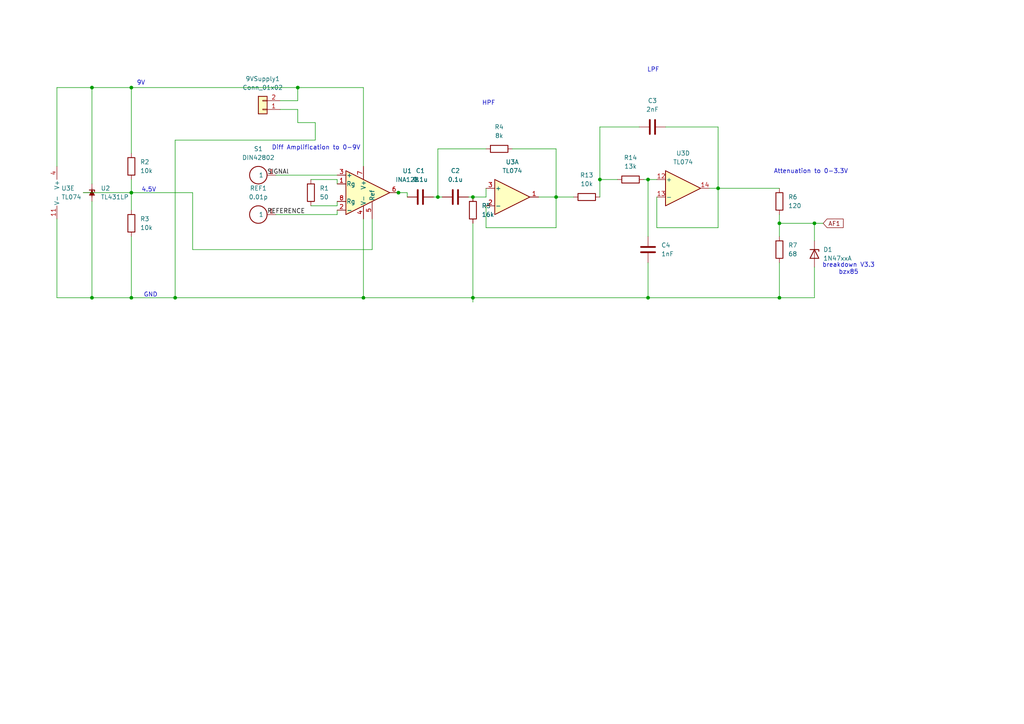
<source format=kicad_sch>
(kicad_sch (version 20231120) (generator "eeschema") (generator_version "8.0")
  (paper "A4")
  (lib_symbols
    (symbol "Amplifier_Instrumentation:INA128" (pin_names (offset 0.127))
      (property "Reference" "U" (at 3.81 3.175 0))
      (property "Value" "INA128" (at 3.81 -3.175 0))
      (symbol "INA128_0_1"
        (polyline (pts (xy 7.62 0) (xy -5.08 6.35) (xy -5.08 -6.35) (xy 7.62 0)) (stroke (width 0.254)) (fill (type background)))
      )
      (symbol "INA128_1_1"
        (pin passive line (at -7.62 2.54 0) (length 2.54) (name "Rg") (number "1"))
        (pin input line (at -7.62 -5.08 0) (length 2.54) (name "-") (number "2"))
        (pin input line (at -7.62 5.08 0) (length 2.54) (name "+") (number "3"))
        (pin power_in line (at 0 -7.62 90) (length 3.81) (name "V-") (number "4"))
        (pin input line (at 2.54 -7.62 90) (length 5.08) (name "Ref") (number "5"))
        (pin output line (at 10.16 0 180) (length 2.54) (name "~") (number "6"))
        (pin power_in line (at 0 7.62 270) (length 3.81) (name "V+") (number "7"))
        (pin passive line (at -7.62 -2.54 0) (length 2.54) (name "Rg") (number "8"))
      )
    )
    (symbol "Amplifier_Operational:TL074" (pin_names (offset 0.127))
      (property "Reference" "U" (at 0 5.08 0))
      (property "Value" "TL074" (at 0 -5.08 0))
      (symbol "TL074_1_1"
        (polyline (pts (xy -5.08 5.08) (xy 5.08 0) (xy -5.08 -5.08) (xy -5.08 5.08)) (stroke (width 0.254)) (fill (type background)))
        (pin output line (at 7.62 0 180) (length 2.54) (name "~") (number "1"))
        (pin input line (at -7.62 -2.54 0) (length 2.54) (name "-") (number "2"))
        (pin input line (at -7.62 2.54 0) (length 2.54) (name "+") (number "3"))
      )
      (symbol "TL074_2_1"
        (polyline (pts (xy -5.08 5.08) (xy 5.08 0) (xy -5.08 -5.08) (xy -5.08 5.08)) (stroke (width 0.254)) (fill (type background)))
        (pin input line (at -7.62 2.54 0) (length 2.54) (name "+") (number "5"))
        (pin input line (at -7.62 -2.54 0) (length 2.54) (name "-") (number "6"))
        (pin output line (at 7.62 0 180) (length 2.54) (name "~") (number "7"))
      )
      (symbol "TL074_3_1"
        (polyline (pts (xy -5.08 5.08) (xy 5.08 0) (xy -5.08 -5.08) (xy -5.08 5.08)) (stroke (width 0.254)) (fill (type background)))
        (pin input line (at -7.62 2.54 0) (length 2.54) (name "+") (number "10"))
        (pin output line (at 7.62 0 180) (length 2.54) (name "~") (number "8"))
        (pin input line (at -7.62 -2.54 0) (length 2.54) (name "-") (number "9"))
      )
      (symbol "TL074_4_1"
        (polyline (pts (xy -5.08 5.08) (xy 5.08 0) (xy -5.08 -5.08) (xy -5.08 5.08)) (stroke (width 0.254)) (fill (type background)))
        (pin input line (at -7.62 2.54 0) (length 2.54) (name "+") (number "12"))
        (pin input line (at -7.62 -2.54 0) (length 2.54) (name "-") (number "13"))
        (pin output line (at 7.62 0 180) (length 2.54) (name "~") (number "14"))
      )
      (symbol "TL074_5_1"
        (pin power_in line (at -2.54 -7.62 90) (length 3.81) (name "V-") (number "11"))
        (pin power_in line (at -2.54 7.62 270) (length 3.81) (name "V+") (number "4"))
      )
    )
    (symbol "Connector_Generic:Conn_01x02" (pin_names (offset 1.016) hide)
      (property "Reference" "J" (at 0 2.54 0))
      (property "Value" "Conn_01x02" (at 0 -5.08 0))
      (symbol "Conn_01x02_1_1"
        (rectangle (start -1.27 -2.413) (end 0 -2.667) (stroke (width 0.1524)))
        (rectangle (start -1.27 0.127) (end 0 -0.127) (stroke (width 0.1524)))
        (rectangle (start -1.27 1.27) (end 1.27 -3.81) (stroke (width 0.254)) (fill (type background)))
        (pin passive line (at -5.08 0 0) (length 3.81) (name "Pin_1") (number "1"))
        (pin passive line (at -5.08 -2.54 0) (length 3.81) (name "Pin_2") (number "2"))
      )
    )
    (symbol "Device:C" (pin_numbers hide) (pin_names (offset 0.254))
      (property "Reference" "C" (at 0.635 2.54 0))
      (property "Value" "C" (at 0.635 -2.54 0))
      (symbol "C_0_1"
        (polyline (pts (xy -2.032 -0.762) (xy 2.032 -0.762)) (stroke (width 0.508)))
        (polyline (pts (xy -2.032 0.762) (xy 2.032 0.762)) (stroke (width 0.508)))
      )
      (symbol "C_1_1"
        (pin passive line (at 0 3.81 270) (length 2.794) (name "~") (number "1"))
        (pin passive line (at 0 -3.81 90) (length 2.794) (name "~") (number "2"))
      )
    )
    (symbol "Device:R" (pin_numbers hide) (pin_names (offset 0))
      (property "Reference" "R" (at 2.032 0 90))
      (property "Value" "R" (at 0 0 90))
      (symbol "R_0_1"
        (rectangle (start -1.016 -2.54) (end 1.016 2.54) (stroke (width 0.254)))
      )
      (symbol "R_1_1"
        (pin passive line (at 0 3.81 270) (length 1.27) (name "~") (number "1"))
        (pin passive line (at 0 -3.81 90) (length 1.27) (name "~") (number "2"))
      )
    )
    (symbol "Diode:1N47xxA" (pin_numbers hide) (pin_names hide)
      (property "Reference" "D" (at 0 2.54 0))
      (property "Value" "1N47xxA" (at 0 -2.54 0))
      (symbol "1N47xxA_0_1"
        (polyline (pts (xy 1.27 0) (xy -1.27 0)))
        (polyline (pts (xy -1.27 -1.27) (xy -1.27 1.27) (xy -0.762 1.27)) (stroke (width 0.254)))
        (polyline (pts (xy 1.27 -1.27) (xy 1.27 1.27) (xy -1.27 0) (xy 1.27 -1.27)) (stroke (width 0.254)))
      )
      (symbol "1N47xxA_1_1"
        (pin passive line (at -3.81 0 0) (length 2.54) (name "K") (number "1"))
        (pin passive line (at 3.81 0 180) (length 2.54) (name "A") (number "2"))
      )
    )
    (symbol "Reference_Voltage:TL431LP" (pin_numbers hide) (pin_names hide)
      (property "Reference" "U" (at -2.54 2.54 0))
      (property "Value" "TL431LP" (at 0 -2.54 0))
      (symbol "TL431LP_0_1"
        (polyline (pts (xy -1.27 0) (xy 0 0) (xy 1.27 0)))
        (polyline (pts (xy -0.762 -0.762) (xy -0.762 0.762) (xy 0.762 0) (xy -0.762 -0.762)) (fill (type outline)))
        (polyline (pts (xy 0.254 -0.762) (xy 0.762 -0.762) (xy 0.762 0.762) (xy 0.762 0.762)) (stroke (width 0.254)))
      )
      (symbol "TL431LP_1_1"
        (pin passive line (at 0 2.54 270) (length 2.54) (name "REF") (number "1"))
        (pin passive line (at -2.54 0 0) (length 2.54) (name "A") (number "2"))
        (pin passive line (at 2.54 0 180) (length 2.54) (name "K") (number "3"))
      )
    )
    (symbol "Simulation_SPICE:VDC" (pin_numbers hide) (pin_names (offset 0.0254))
      (property "Reference" "V" (at 2.54 2.54 0))
      (property "Value" "1" (at 2.54 0 0))
      (symbol "VDC_0_0"
        (polyline (pts (xy -1.27 0.254) (xy 1.27 0.254)))
        (polyline (pts (xy -0.762 -0.254) (xy -1.27 -0.254)))
        (polyline (pts (xy 0.254 -0.254) (xy -0.254 -0.254)))
        (polyline (pts (xy 1.27 -0.254) (xy 0.762 -0.254)))
        (text "+" (at 0 1.905 0) (effects (font (size 1.27 1.27))))
      )
      (symbol "VDC_0_1"
        (circle (center 0 0) (radius 2.54) (stroke (width 0.254)) (fill (type background)))
      )
      (symbol "VDC_1_1"
        (pin passive line (at 0 5.08 270) (length 2.54) (name "~") (number "1"))
        (pin passive line (at 0 -5.08 90) (length 2.54) (name "~") (number "2"))
      )
    )
    (symbol "Simulation_SPICE:VSIN" (pin_numbers hide) (pin_names (offset 0.0254))
      (property "Reference" "V" (at 2.54 2.54 0))
      (property "Value" "VSIN" (at 2.54 0 0))
      (property "Sim.Params" "dc=0 ampl=1 f=1k ac=1" (at 2.54 -2.54 0))
      (symbol "VSIN_0_0"
        (arc (start 0 0) (mid -0.635 0.6323) (end -1.27 0))
        (arc (start 0 0) (mid 0.635 -0.6323) (end 1.27 0))
        (text "+" (at 0 1.905 0) (effects (font (size 1.27 1.27))))
      )
      (symbol "VSIN_0_1"
        (circle (center 0 0) (radius 2.54) (stroke (width 0.254)) (fill (type background)))
      )
      (symbol "VSIN_1_1"
        (pin passive line (at 0 5.08 270) (length 2.54) (name "~") (number "1"))
        (pin passive line (at 0 -5.08 90) (length 2.54) (name "~") (number "2"))
      )
    )
    (symbol "lucia:DIN42802" (pin_names (offset 1.016))
      (property "Reference" "J" (at 0 5.08 0))
      (property "Value" "DIN42802" (at 0 -5.08 0))
      (symbol "DIN42802_0_1"
        (circle (center 0 0) (radius 2.54) (stroke (width 0.254)))
      )
      (symbol "DIN42802_1_1"
        (pin passive line (at -5.08 0 0) (length 2.54) (name "1") (number "1"))
      )
    )
  )
  (junction (at 76.2 278.13))
  (junction (at 226.06 86.36))
  (junction (at 127 57.15))
  (junction (at 137.16 86.36))
  (junction (at 187.96 86.36))
  (junction (at 115.57 55.88))
  (junction (at 137.16 57.15))
  (junction (at 38.1 55.88))
  (junction (at 86.36 25.4))
  (junction (at 26.67 86.36))
  (junction (at 58.42 292.1))
  (junction (at 66.04 278.13))
  (junction (at 26.67 25.4))
  (junction (at 38.1 86.36))
  (junction (at 127 280.67))
  (junction (at 105.41 86.36))
  (junction (at 50.8 86.36))
  (junction (at 173.99 52.07))
  (junction (at 187.96 52.07))
  (junction (at 226.06 64.77))
  (junction (at 38.1 25.4))
  (junction (at 236.22 64.77))
  (junction (at 208.28 54.61))
  (junction (at 161.29 57.15))
  (wire (pts (xy 55.88 55.88) (xy 55.88 72.39)))
  (wire (pts (xy 39.37 276.86) (xy 39.37 292.1)))
  (wire (pts (xy 127 245.11) (xy 127 265.43)))
  (wire (pts (xy 137.16 86.36) (xy 187.96 86.36)))
  (wire (pts (xy 38.1 86.36) (xy 50.8 86.36)))
  (wire (pts (xy 236.22 64.77) (xy 238.76 64.77)))
  (wire (pts (xy 226.06 64.77) (xy 236.22 64.77)))
  (wire (pts (xy 97.79 62.23) (xy 97.79 60.96)))
  (wire (pts (xy 127 280.67) (xy 76.2 280.67)))
  (wire (pts (xy 80.01 50.8) (xy 97.79 50.8)))
  (wire (pts (xy 66.04 278.13) (xy 76.2 278.13)))
  (wire (pts (xy 39.37 292.1) (xy 58.42 292.1)))
  (wire (pts (xy 186.69 52.07) (xy 187.96 52.07)))
  (wire (pts (xy 26.67 58.42) (xy 26.67 86.36)))
  (wire (pts (xy 135.89 57.15) (xy 137.16 57.15)))
  (wire (pts (xy 161.29 57.15) (xy 161.29 66.04)))
  (wire (pts (xy 187.96 76.2) (xy 187.96 86.36)))
  (wire (pts (xy 205.74 54.61) (xy 208.28 54.61)))
  (wire (pts (xy 161.29 57.15) (xy 156.21 57.15)))
  (wire (pts (xy 91.44 35.56) (xy 86.36 35.56)))
  (wire (pts (xy 97.79 58.42) (xy 97.79 59.69)))
  (wire (pts (xy 127 292.1) (xy 127 280.67)))
  (wire (pts (xy 140.97 43.18) (xy 127 43.18)))
  (wire (pts (xy 26.67 25.4) (xy 38.1 25.4)))
  (wire (pts (xy 16.51 86.36) (xy 26.67 86.36)))
  (wire (pts (xy 16.51 48.26) (xy 16.51 25.4)))
  (wire (pts (xy 129.54 280.67) (xy 127 280.67)))
  (wire (pts (xy 91.44 40.64) (xy 50.8 40.64)))
  (wire (pts (xy 161.29 57.15) (xy 166.37 57.15)))
  (wire (pts (xy 140.97 57.15) (xy 140.97 54.61)))
  (wire (pts (xy 187.96 86.36) (xy 226.06 86.36)))
  (wire (pts (xy 86.36 25.4) (xy 105.41 25.4)))
  (wire (pts (xy 190.5 66.04) (xy 208.28 66.04)))
  (wire (pts (xy 118.11 55.88) (xy 118.11 57.15)))
  (wire (pts (xy 114.3 55.88) (xy 115.57 55.88)))
  (wire (pts (xy 161.29 57.15) (xy 161.29 43.18)))
  (wire (pts (xy 39.37 245.11) (xy 127 245.11)))
  (wire (pts (xy 55.88 72.39) (xy 107.95 72.39)))
  (wire (pts (xy 105.41 86.36) (xy 137.16 86.36)))
  (wire (pts (xy 125.73 57.15) (xy 127 57.15)))
  (wire (pts (xy 208.28 36.83) (xy 208.28 54.61)))
  (wire (pts (xy 173.99 57.15) (xy 173.99 52.07)))
  (wire (pts (xy 161.29 43.18) (xy 148.59 43.18)))
  (wire (pts (xy 236.22 64.77) (xy 236.22 69.85)))
  (wire (pts (xy 127 57.15) (xy 128.27 57.15)))
  (wire (pts (xy 105.41 86.36) (xy 105.41 63.5)))
  (wire (pts (xy 190.5 57.15) (xy 190.5 66.04)))
  (wire (pts (xy 113.03 270.51) (xy 113.03 269.24)))
  (wire (pts (xy 81.28 29.21) (xy 86.36 29.21)))
  (wire (pts (xy 105.41 25.4) (xy 105.41 48.26)))
  (wire (pts (xy 97.79 53.34) (xy 97.79 52.07)))
  (wire (pts (xy 58.42 292.1) (xy 127 292.1)))
  (wire (pts (xy 137.16 57.15) (xy 140.97 57.15)))
  (wire (pts (xy 81.28 31.75) (xy 86.36 31.75)))
  (wire (pts (xy 187.96 52.07) (xy 187.96 68.58)))
  (wire (pts (xy 16.51 63.5) (xy 16.51 86.36)))
  (wire (pts (xy 127 43.18) (xy 127 57.15)))
  (wire (pts (xy 140.97 66.04) (xy 140.97 59.69)))
  (wire (pts (xy 86.36 35.56) (xy 86.36 31.75)))
  (wire (pts (xy 226.06 86.36) (xy 236.22 86.36)))
  (wire (pts (xy 193.04 36.83) (xy 208.28 36.83)))
  (wire (pts (xy 187.96 52.07) (xy 190.5 52.07)))
  (wire (pts (xy 76.2 278.13) (xy 76.2 280.67)))
  (wire (pts (xy 137.16 64.77) (xy 137.16 86.36)))
  (wire (pts (xy 90.17 52.07) (xy 97.79 52.07)))
  (wire (pts (xy 208.28 54.61) (xy 226.06 54.61)))
  (wire (pts (xy 113.03 275.59) (xy 113.03 276.86)))
  (wire (pts (xy 226.06 76.2) (xy 226.06 86.36)))
  (wire (pts (xy 16.51 25.4) (xy 26.67 25.4)))
  (wire (pts (xy 80.01 62.23) (xy 97.79 62.23)))
  (wire (pts (xy 119.38 275.59) (xy 113.03 275.59)))
  (wire (pts (xy 173.99 52.07) (xy 173.99 36.83)))
  (wire (pts (xy 66.04 267.97) (xy 119.38 267.97)))
  (wire (pts (xy 119.38 270.51) (xy 113.03 270.51)))
  (wire (pts (xy 38.1 55.88) (xy 38.1 60.96)))
  (wire (pts (xy 173.99 36.83) (xy 185.42 36.83)))
  (wire (pts (xy 26.67 86.36) (xy 38.1 86.36)))
  (wire (pts (xy 86.36 29.21) (xy 86.36 25.4)))
  (wire (pts (xy 115.57 55.88) (xy 118.11 55.88)))
  (wire (pts (xy 24.13 55.88) (xy 38.1 55.88)))
  (wire (pts (xy 38.1 25.4) (xy 38.1 44.45)))
  (wire (pts (xy 173.99 52.07) (xy 179.07 52.07)))
  (wire (pts (xy 208.28 54.61) (xy 208.28 66.04)))
  (wire (pts (xy 58.42 289.56) (xy 58.42 292.1)))
  (wire (pts (xy 50.8 40.64) (xy 50.8 86.36)))
  (wire (pts (xy 90.17 59.69) (xy 97.79 59.69)))
  (wire (pts (xy 58.42 278.13) (xy 66.04 278.13)))
  (wire (pts (xy 39.37 266.7) (xy 39.37 245.11)))
  (wire (pts (xy 236.22 77.47) (xy 236.22 86.36)))
  (wire (pts (xy 91.44 35.56) (xy 91.44 40.64)))
  (wire (pts (xy 38.1 52.07) (xy 38.1 55.88)))
  (wire (pts (xy 50.8 86.36) (xy 105.41 86.36)))
  (wire (pts (xy 38.1 25.4) (xy 86.36 25.4)))
  (wire (pts (xy 137.16 87.63) (xy 137.16 86.36)))
  (wire (pts (xy 55.88 55.88) (xy 38.1 55.88)))
  (wire (pts (xy 38.1 68.58) (xy 38.1 86.36)))
  (wire (pts (xy 161.29 66.04) (xy 140.97 66.04)))
  (wire (pts (xy 107.95 72.39) (xy 107.95 63.5)))
  (wire (pts (xy 26.67 25.4) (xy 26.67 53.34)))
  (wire (pts (xy 58.42 279.4) (xy 58.42 278.13)))
  (wire (pts (xy 226.06 64.77) (xy 226.06 68.58)))
  (wire (pts (xy 76.2 278.13) (xy 119.38 278.13)))
  (wire (pts (xy 226.06 62.23) (xy 226.06 64.77)))
  (text "4.5V" (at 43.18 55.118 0) (effects (font (size 1.27 1.27))))
  (text "Attenuation to 0-3.3V\n" (at 235.204 49.784 0) (effects (font (size 1.27 1.27))))
  (text "HPF" (at 141.732 29.972 0) (effects (font (size 1.27 1.27))))
  (text "9V\n" (at 40.894 24.13 0) (effects (font (size 1.27 1.27))))
  (text "breakdown V3.3\nbzx85\n" (at 246.126 77.978 0) (effects (font (size 1.27 1.27))))
  (text "GND" (at 43.688 85.598 0) (effects (font (size 1.27 1.27))))
  (text "LPF" (at 189.484 20.32 0) (effects (font (size 1.27 1.27))))
  (text "Diff Amplification to 0-9V\n" (at 91.694 42.926 0) (effects (font (size 1.27 1.27))))
  (label "REFERENCE" (at 77.47 62.23 0))
  (label "SIGNAl" (at 77.47 50.8 0))
  (global_label "AF1" (shape input) (at 238.76 64.77 0) (property "Intersheetrefs" "${INTERSHEET_REFS}" (effects (hide yes))))
  (symbol (lib_id "Amplifier_Instrumentation:INA128") (at 105.41 55.88 0) (unit 1)
    (property "Reference" "U1" (at 118.11 49.5614 0))
    (property "Value" "INA128" (at 118.11 52.1014 0))
    (property "Datasheet" "http://www.ti.com/lit/ds/symlink/ina128.pdf" (effects (hide yes)))
    (property "Description" "Precision, Low Power Instrumentation Amplifier G = 1 + 50kOhm/Rg, DIP-8/SOIC-8" (effects (hide yes)))
    (property "Sim.Library" "INA128_TINA_AIO/INA128.LIB" (effects (hide yes)))
    (property "Sim.Name" "INA128" (effects (hide yes)))
    (property "Sim.Device" "SUBCKT" (effects (hide yes)))
    (property "Sim.Pins" "1=1 2=2 3=3 4=4 5=5 6=8 7=9 8=10" (effects (hide yes)))
  )
  (symbol (lib_id "Device:R") (at 137.16 60.96 180) (unit 1)
    (property "Reference" "R5" (at 139.7 59.6899 0) (effects (justify right)))
    (property "Value" "16k" (at 139.7 62.2299 0) (effects (justify right)))
    (property "Description" "Resistor" (effects (hide yes)))
  )
  (symbol (lib_id "lucia:DIN42802") (at 74.93 50.8 180) (unit 1)
    (property "Reference" "S1" (at 74.93 43.18 0))
    (property "Value" "DIN42802" (at 74.93 45.72 0))
    (property "Footprint" "lucia:EMSLIFE EE-B04" (effects (hide yes)))
    (property "Sim.Device" "V" (effects (hide yes)))
    (property "Sim.Pins" "1=+" (effects (hide yes)))
    (property "Sim.Params" "dc=1 ampl=0.001 f=100" (effects (hide yes)))
    (property "Sim.Type" "SIN" (effects (hide yes)))
  )
  (symbol (lib_id "Simulation_SPICE:VDC") (at 58.42 284.48 0) (unit 1)
    (property "Reference" "V4" (at 62.23 283.0801 0) (effects (justify left)))
    (property "Value" "1" (at 62.23 285.6201 0) (effects (justify left)))
    (property "Datasheet" "https://ngspice.sourceforge.io/docs/ngspice-html-manual/manual.xhtml#sec_Independent_Sources_for" (effects (hide yes)))
    (property "Description" "Voltage source, DC" (effects (hide yes)))
    (property "Sim.Pins" "1=+ 2=-" (effects (hide yes)))
    (property "Sim.Type" "DC" (effects (hide yes)))
    (property "Sim.Device" "V" (effects (hide yes)))
  )
  (symbol (lib_id "Amplifier_Operational:TL074") (at 198.12 54.61 0) (unit 4)
    (property "Reference" "U3" (at 198.12 44.45 0))
    (property "Value" "TL074" (at 198.12 46.99 0))
    (property "Datasheet" "http://www.ti.com/lit/ds/symlink/tl071.pdf" (effects (hide yes)))
    (property "Description" "Quad Low-Noise JFET-Input Operational Amplifiers, DIP-14/SOIC-14" (effects (hide yes)))
    (property "Sim.Library" "sloj068/TL074.301" (effects (hide yes)))
    (property "Sim.Name" "TL074" (effects (hide yes)))
    (property "Sim.Device" "SUBCKT" (effects (hide yes)))
    (property "Sim.Pins" "1=1 2=2 3=3 4=4 5=5" (effects (hide yes)))
  )
  (symbol (lib_id "Diode:1N47xxA") (at 236.22 73.66 270) (unit 1)
    (property "Reference" "D1" (at 238.76 72.3899 90) (effects (justify left)))
    (property "Value" "1N47xxA" (at 238.76 74.9299 90) (effects (justify left)))
    (property "Footprint" "Diode_THT:D_DO-41_SOD81_P10.16mm_Horizontal" (effects (hide yes)))
    (property "Datasheet" "https://www.vishay.com/docs/85816/1n4728a.pdf" (effects (hide yes)))
    (property "Description" "1300mW Silicon planar power Zener diodes, DO-41" (effects (hide yes)))
  )
  (symbol (lib_id "Simulation_SPICE:VSIN") (at 66.04 273.05 0) (unit 1)
    (property "Reference" "V1" (at 69.85 270.3801 0) (effects (justify left)))
    (property "Value" "VSIN" (at 69.85 272.9201 0) (effects (justify left)))
    (property "Datasheet" "https://ngspice.sourceforge.io/docs/ngspice-html-manual/manual.xhtml#sec_Independent_Sources_for" (effects (hide yes)))
    (property "Description" "Voltage source, sinusoidal" (effects (hide yes)))
    (property "Sim.Pins" "1=+ 2=-" (effects (hide yes)))
    (property "Sim.Params" "dc=0 ampl=1 f=1k td=0 theta=0 phase=0 ac=0.1" (at 69.85 275.4601 0) (effects (justify left)))
    (property "Sim.Type" "SIN" (effects (hide yes)))
    (property "Sim.Device" "V" (effects (hide yes)))
  )
  (symbol (lib_id "Device:C") (at 189.23 36.83 90) (unit 1)
    (property "Reference" "C3" (at 189.23 29.21 90))
    (property "Value" "2nF" (at 189.23 31.75 90))
    (property "Description" "Unpolarized capacitor" (effects (hide yes)))
  )
  (symbol (lib_id "Device:R") (at 38.1 64.77 0) (unit 1)
    (property "Reference" "R3" (at 40.64 63.4999 0) (effects (justify left)))
    (property "Value" "10k" (at 40.64 66.0399 0) (effects (justify left)))
    (property "Description" "Resistor" (effects (hide yes)))
  )
  (symbol (lib_id "Connector_Generic:Conn_01x02") (at 76.2 31.75 180) (unit 1)
    (property "Reference" "9VSupply1" (at 76.2 22.86 0))
    (property "Value" "Conn_01x02" (at 76.2 25.4 0))
    (property "Description" "Generic connector, single row, 01x02, script generated (kicad-library-utils/schlib/autogen/connector/)" (effects (hide yes)))
    (property "Sim.Device" "V" (effects (hide yes)))
    (property "Sim.Type" "DC" (effects (hide yes)))
    (property "Sim.Pins" "2=+ 1=-" (effects (hide yes)))
    (property "Sim.Params" "dc=12" (effects (hide yes)))
  )
  (symbol (lib_id "Amplifier_Instrumentation:INA128") (at 127 273.05 0) (unit 1)
    (property "Reference" "U4" (at 139.7 266.7314 0))
    (property "Value" "INA128" (at 139.7 269.2714 0))
    (property "Datasheet" "http://www.ti.com/lit/ds/symlink/ina128.pdf" (effects (hide yes)))
    (property "Description" "Precision, Low Power Instrumentation Amplifier G = 1 + 50kOhm/Rg, DIP-8/SOIC-8" (effects (hide yes)))
    (property "Sim.Library" "INA128_TINA_AIO/INA128.LIB" (effects (hide yes)))
    (property "Sim.Name" "INA128" (effects (hide yes)))
    (property "Sim.Device" "SUBCKT" (effects (hide yes)))
    (property "Sim.Pins" "1=1 2=2 3=3 4=4 5=5 6=8 7=9 8=10" (effects (hide yes)))
  )
  (symbol (lib_id "Device:R") (at 182.88 52.07 90) (unit 1)
    (property "Reference" "R14" (at 182.88 45.72 90))
    (property "Value" "13k" (at 182.88 48.26 90))
    (property "Description" "Resistor" (effects (hide yes)))
  )
  (symbol (lib_id "Device:C") (at 121.92 57.15 90) (unit 1)
    (property "Reference" "C1" (at 121.92 49.53 90))
    (property "Value" "0.1u" (at 121.92 52.07 90))
    (property "Description" "Unpolarized capacitor" (effects (hide yes)))
  )
  (symbol (lib_id "Device:R") (at 90.17 55.88 0) (unit 1)
    (property "Reference" "R1" (at 92.71 54.6099 0) (effects (justify left)))
    (property "Value" "50" (at 92.71 57.1499 0) (effects (justify left)))
    (property "Description" "Gain resistor, 50 ohm = 1000 gain" (effects (hide yes)))
    (property "Sim.Device" "R" (effects (hide yes)))
    (property "Sim.Pins" "1=+ 2=-" (effects (hide yes)))
  )
  (symbol (lib_id "Device:C") (at 187.96 72.39 180) (unit 1)
    (property "Reference" "C4" (at 191.77 71.1199 0) (effects (justify right)))
    (property "Value" "1nF" (at 191.77 73.6599 0) (effects (justify right)))
    (property "Description" "Unpolarized capacitor" (effects (hide yes)))
  )
  (symbol (lib_id "Device:R") (at 226.06 58.42 0) (unit 1)
    (property "Reference" "R6" (at 228.6 57.1499 0) (effects (justify left)))
    (property "Value" "120" (at 228.6 59.6899 0) (effects (justify left)))
    (property "Description" "Resistor" (effects (hide yes)))
  )
  (symbol (lib_id "Simulation_SPICE:VDC") (at 39.37 271.78 0) (unit 1)
    (property "Reference" "V2" (at 43.18 270.3801 0) (effects (justify left)))
    (property "Value" "12" (at 43.18 272.9201 0) (effects (justify left)))
    (property "Datasheet" "https://ngspice.sourceforge.io/docs/ngspice-html-manual/manual.xhtml#sec_Independent_Sources_for" (effects (hide yes)))
    (property "Description" "Voltage source, DC" (effects (hide yes)))
    (property "Sim.Pins" "1=+ 2=-" (effects (hide yes)))
    (property "Sim.Type" "DC" (effects (hide yes)))
    (property "Sim.Device" "V" (effects (hide yes)))
  )
  (symbol (lib_id "Device:R") (at 38.1 48.26 0) (unit 1)
    (property "Reference" "R2" (at 40.64 46.9899 0) (effects (justify left)))
    (property "Value" "10k" (at 40.64 49.5299 0) (effects (justify left)))
    (property "Description" "Resistor" (effects (hide yes)))
  )
  (symbol (lib_id "Device:R") (at 113.03 273.05 0) (unit 1)
    (property "Reference" "R12" (at 115.57 271.7799 0) (effects (justify left)))
    (property "Value" "50" (at 115.57 274.3199 0) (effects (justify left)))
    (property "Description" "Resistor" (effects (hide yes)))
  )
  (symbol (lib_id "Amplifier_Operational:TL074") (at 19.05 55.88 0) (unit 5)
    (property "Reference" "U3" (at 17.78 54.6099 0) (effects (justify left)))
    (property "Value" "TL074" (at 17.78 57.1499 0) (effects (justify left)))
    (property "Datasheet" "http://www.ti.com/lit/ds/symlink/tl071.pdf" (effects (hide yes)))
    (property "Description" "Quad Low-Noise JFET-Input Operational Amplifiers, DIP-14/SOIC-14" (effects (hide yes)))
    (property "Sim.Library" "sloj068/TL074.301" (effects (hide yes)))
    (property "Sim.Name" "TL074" (effects (hide yes)))
    (property "Sim.Device" "SUBCKT" (effects (hide yes)))
    (property "Sim.Pins" "1=1 2=2 3=3 4=4 5=5" (effects (hide yes)))
  )
  (symbol (lib_id "lucia:DIN42802") (at 74.93 62.23 180) (unit 1)
    (property "Reference" "REF1" (at 74.93 54.61 0))
    (property "Value" "0.01p" (at 74.93 57.15 0))
    (property "Footprint" "lucia:EMSLIFE EE-B04" (effects (hide yes)))
    (property "Sim.Device" "V" (effects (hide yes)))
    (property "Sim.Pins" "1=+" (effects (hide yes)))
    (property "Sim.Type" "SIN" (effects (hide yes)))
    (property "Sim.Params" "dc=1 ampl=0.1 f=10" (effects (hide yes)))
  )
  (symbol (lib_id "Reference_Voltage:TL431LP") (at 26.67 55.88 90) (unit 1)
    (property "Reference" "U2" (at 29.21 54.6099 90) (effects (justify right)))
    (property "Value" "TL431LP" (at 29.21 57.1499 90) (effects (justify right)))
    (property "Footprint" "Package_TO_SOT_THT:TO-92_Inline" (effects (hide yes)))
    (property "Datasheet" "http://www.ti.com/lit/ds/symlink/tl431.pdf" (effects (hide yes)))
    (property "Description" "Shunt Regulator, TO-92" (effects (hide yes)))
    (property "Sim.Library" "sloj174/tl431.mod" (effects (hide yes)))
    (property "Sim.Name" "TL431" (effects (hide yes)))
    (property "Sim.Device" "SUBCKT" (effects (hide yes)))
    (property "Sim.Pins" "1=1 2=2 3=3" (effects (hide yes)))
  )
  (symbol (lib_id "Device:R") (at 144.78 43.18 90) (unit 1)
    (property "Reference" "R4" (at 144.78 36.83 90))
    (property "Value" "8k" (at 144.78 39.37 90))
    (property "Description" "Resistor" (effects (hide yes)))
  )
  (symbol (lib_id "Amplifier_Operational:TL074") (at 148.59 57.15 0) (unit 1)
    (property "Reference" "U3" (at 148.59 46.99 0))
    (property "Value" "TL074" (at 148.59 49.53 0))
    (property "Datasheet" "http://www.ti.com/lit/ds/symlink/tl071.pdf" (effects (hide yes)))
    (property "Description" "Quad Low-Noise JFET-Input Operational Amplifiers, DIP-14/SOIC-14" (effects (hide yes)))
    (property "Sim.Library" "sloj068/TL074.301" (effects (hide yes)))
    (property "Sim.Name" "TL074" (effects (hide yes)))
    (property "Sim.Device" "SUBCKT" (effects (hide yes)))
    (property "Sim.Pins" "1=1 2=2 3=3 4=4 5=5" (effects (hide yes)))
  )
  (symbol (lib_id "Device:R") (at 170.18 57.15 90) (unit 1)
    (property "Reference" "R13" (at 170.18 50.8 90))
    (property "Value" "10k" (at 170.18 53.34 90))
    (property "Description" "Resistor" (effects (hide yes)))
  )
  (symbol (lib_id "Device:C") (at 132.08 57.15 90) (unit 1)
    (property "Reference" "C2" (at 132.08 49.53 90))
    (property "Value" "0.1u" (at 132.08 52.07 90))
    (property "Description" "Unpolarized capacitor" (effects (hide yes)))
  )
  (symbol (lib_id "Device:R") (at 226.06 72.39 0) (unit 1)
    (property "Reference" "R7" (at 228.6 71.1199 0) (effects (justify left)))
    (property "Value" "68" (at 228.6 73.6599 0) (effects (justify left)))
    (property "Description" "Resistor" (effects (hide yes)))
  )
  (sheet (at 34.29 240.03) (size 165.1 68.58) (stroke (width 0.1524))
    (property "Sheetname" "sim" (at 34.29 239.3184 0) (effects (justify left bottom)))
    (property "Sheetfile" "sim.kicad_sch" (at 34.29 309.1946 0) (effects (justify left top)))
  )
)
</source>
